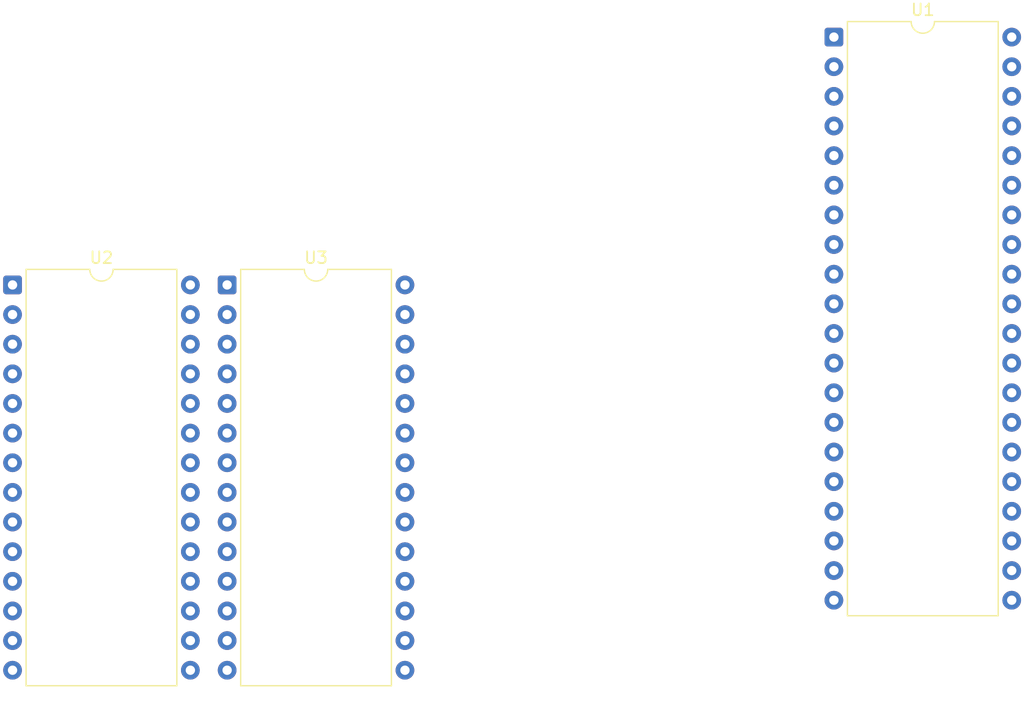
<source format=kicad_pcb>
(kicad_pcb (version 20241229) (generator "pcbnew") (generator_version "9.0")
  (layers (0 "F.Cu" signal) (2 "B.Cu" signal) (13 "F.Paste" user) (15 "B.Paste" user) (5 "F.SilkS" user "F.Silkscreen") (7 "B.SilkS" user "B.Silkscreen") (1 "F.Mask" user) (3 "B.Mask" user) (25 "Edge.Cuts" user))
  (net 0 "")
  (footprint "Package_DIP:DIP-40_W15.24mm" (layer "F.Cu") (at 141.26 68.74)
    (property "Reference" "U1" (at 7.62 -2.33 0) (layer "F.SilkS"))
    (property "Value" "Z80CPU")
    (fp_line (start 1.16 -1.33) (end 1.16 49.59) (stroke (width 0.12)) (layer "F.SilkS"))
    (fp_line (start 1.16 49.59) (end 14.08 49.59) (stroke (width 0.12)) (layer "F.SilkS"))
    (fp_line (start 6.62 -1.33) (end 1.16 -1.33) (stroke (width 0.12)) (layer "F.SilkS"))
    (fp_line (start 14.08 -1.33) (end 8.62 -1.33) (stroke (width 0.12)) (layer "F.SilkS"))
    (fp_line (start 14.08 49.59) (end 14.08 -1.33) (stroke (width 0.12)) (layer "F.SilkS"))
    (fp_arc (start 8.62 -1.33) (mid 7.62 -0.33) (end 6.62 -1.33) (stroke (width 0.12)) (layer "F.SilkS"))
    (pad "1" thru_hole roundrect (at 0 0) (size 1.6 1.6) (drill 0.8) (layers "*.Cu" "*.Mask") (roundrect_rratio 0.15625))
    (pad "2" thru_hole circle (at 0 2.54) (size 1.6 1.6) (drill 0.8) (layers "*.Cu" "*.Mask"))
    (pad "3" thru_hole circle (at 0 5.08) (size 1.6 1.6) (drill 0.8) (layers "*.Cu" "*.Mask"))
    (pad "4" thru_hole circle (at 0 7.62) (size 1.6 1.6) (drill 0.8) (layers "*.Cu" "*.Mask"))
    (pad "5" thru_hole circle (at 0 10.16) (size 1.6 1.6) (drill 0.8) (layers "*.Cu" "*.Mask"))
    (pad "6" thru_hole circle (at 0 12.7) (size 1.6 1.6) (drill 0.8) (layers "*.Cu" "*.Mask"))
    (pad "7" thru_hole circle (at 0 15.24) (size 1.6 1.6) (drill 0.8) (layers "*.Cu" "*.Mask"))
    (pad "8" thru_hole circle (at 0 17.78) (size 1.6 1.6) (drill 0.8) (layers "*.Cu" "*.Mask"))
    (pad "9" thru_hole circle (at 0 20.32) (size 1.6 1.6) (drill 0.8) (layers "*.Cu" "*.Mask"))
    (pad "10" thru_hole circle (at 0 22.86) (size 1.6 1.6) (drill 0.8) (layers "*.Cu" "*.Mask"))
    (pad "11" thru_hole circle (at 0 25.4) (size 1.6 1.6) (drill 0.8) (layers "*.Cu" "*.Mask"))
    (pad "12" thru_hole circle (at 0 27.94) (size 1.6 1.6) (drill 0.8) (layers "*.Cu" "*.Mask"))
    (pad "13" thru_hole circle (at 0 30.48) (size 1.6 1.6) (drill 0.8) (layers "*.Cu" "*.Mask"))
    (pad "14" thru_hole circle (at 0 33.02) (size 1.6 1.6) (drill 0.8) (layers "*.Cu" "*.Mask"))
    (pad "15" thru_hole circle (at 0 35.56) (size 1.6 1.6) (drill 0.8) (layers "*.Cu" "*.Mask"))
    (pad "16" thru_hole circle (at 0 38.1) (size 1.6 1.6) (drill 0.8) (layers "*.Cu" "*.Mask"))
    (pad "17" thru_hole circle (at 0 40.64) (size 1.6 1.6) (drill 0.8) (layers "*.Cu" "*.Mask"))
    (pad "18" thru_hole circle (at 0 43.18) (size 1.6 1.6) (drill 0.8) (layers "*.Cu" "*.Mask"))
    (pad "19" thru_hole circle (at 0 45.72) (size 1.6 1.6) (drill 0.8) (layers "*.Cu" "*.Mask"))
    (pad "20" thru_hole circle (at 0 48.26) (size 1.6 1.6) (drill 0.8) (layers "*.Cu" "*.Mask"))
    (pad "21" thru_hole circle (at 15.24 48.26) (size 1.6 1.6) (drill 0.8) (layers "*.Cu" "*.Mask"))
    (pad "22" thru_hole circle (at 15.24 45.72) (size 1.6 1.6) (drill 0.8) (layers "*.Cu" "*.Mask"))
    (pad "23" thru_hole circle (at 15.24 43.18) (size 1.6 1.6) (drill 0.8) (layers "*.Cu" "*.Mask"))
    (pad "24" thru_hole circle (at 15.24 40.64) (size 1.6 1.6) (drill 0.8) (layers "*.Cu" "*.Mask"))
    (pad "25" thru_hole circle (at 15.24 38.1) (size 1.6 1.6) (drill 0.8) (layers "*.Cu" "*.Mask"))
    (pad "26" thru_hole circle (at 15.24 35.56) (size 1.6 1.6) (drill 0.8) (layers "*.Cu" "*.Mask"))
    (pad "27" thru_hole circle (at 15.24 33.02) (size 1.6 1.6) (drill 0.8) (layers "*.Cu" "*.Mask"))
    (pad "28" thru_hole circle (at 15.24 30.48) (size 1.6 1.6) (drill 0.8) (layers "*.Cu" "*.Mask"))
    (pad "29" thru_hole circle (at 15.24 27.94) (size 1.6 1.6) (drill 0.8) (layers "*.Cu" "*.Mask"))
    (pad "30" thru_hole circle (at 15.24 25.4) (size 1.6 1.6) (drill 0.8) (layers "*.Cu" "*.Mask"))
    (pad "31" thru_hole circle (at 15.24 22.86) (size 1.6 1.6) (drill 0.8) (layers "*.Cu" "*.Mask"))
    (pad "32" thru_hole circle (at 15.24 20.32) (size 1.6 1.6) (drill 0.8) (layers "*.Cu" "*.Mask"))
    (pad "33" thru_hole circle (at 15.24 17.78) (size 1.6 1.6) (drill 0.8) (layers "*.Cu" "*.Mask"))
    (pad "34" thru_hole circle (at 15.24 15.24) (size 1.6 1.6) (drill 0.8) (layers "*.Cu" "*.Mask"))
    (pad "35" thru_hole circle (at 15.24 12.7) (size 1.6 1.6) (drill 0.8) (layers "*.Cu" "*.Mask"))
    (pad "36" thru_hole circle (at 15.24 10.16) (size 1.6 1.6) (drill 0.8) (layers "*.Cu" "*.Mask"))
    (pad "37" thru_hole circle (at 15.24 7.62) (size 1.6 1.6) (drill 0.8) (layers "*.Cu" "*.Mask"))
    (pad "38" thru_hole circle (at 15.24 5.08) (size 1.6 1.6) (drill 0.8) (layers "*.Cu" "*.Mask"))
    (pad "39" thru_hole circle (at 15.24 2.54) (size 1.6 1.6) (drill 0.8) (layers "*.Cu" "*.Mask"))
    (pad "40" thru_hole circle (at 15.24 0) (size 1.6 1.6) (drill 0.8) (layers "*.Cu" "*.Mask"))
  )
  (footprint "Package_DIP:DIP-28_W15.24mm" (layer "F.Cu") (at 70.87 89.98)
    (property "Reference" "U2" (at 7.62 -2.33 0) (layer "F.SilkS"))
    (property "Value" "CY62256LL-70PC")
    (fp_line (start 1.16 -1.33) (end 1.16 34.35) (stroke (width 0.12)) (layer "F.SilkS"))
    (fp_line (start 1.16 34.35) (end 14.08 34.35) (stroke (width 0.12)) (layer "F.SilkS"))
    (fp_line (start 6.62 -1.33) (end 1.16 -1.33) (stroke (width 0.12)) (layer "F.SilkS"))
    (fp_line (start 14.08 -1.33) (end 8.62 -1.33) (stroke (width 0.12)) (layer "F.SilkS"))
    (fp_line (start 14.08 34.35) (end 14.08 -1.33) (stroke (width 0.12)) (layer "F.SilkS"))
    (fp_arc (start 8.62 -1.33) (mid 7.62 -0.33) (end 6.62 -1.33) (stroke (width 0.12)) (layer "F.SilkS"))
    (pad "1" thru_hole roundrect (at 0 0) (size 1.6 1.6) (drill 0.8) (layers "*.Cu" "*.Mask") (roundrect_rratio 0.15625))
    (pad "2" thru_hole circle (at 0 2.54) (size 1.6 1.6) (drill 0.8) (layers "*.Cu" "*.Mask"))
    (pad "3" thru_hole circle (at 0 5.08) (size 1.6 1.6) (drill 0.8) (layers "*.Cu" "*.Mask"))
    (pad "4" thru_hole circle (at 0 7.62) (size 1.6 1.6) (drill 0.8) (layers "*.Cu" "*.Mask"))
    (pad "5" thru_hole circle (at 0 10.16) (size 1.6 1.6) (drill 0.8) (layers "*.Cu" "*.Mask"))
    (pad "6" thru_hole circle (at 0 12.7) (size 1.6 1.6) (drill 0.8) (layers "*.Cu" "*.Mask"))
    (pad "7" thru_hole circle (at 0 15.24) (size 1.6 1.6) (drill 0.8) (layers "*.Cu" "*.Mask"))
    (pad "8" thru_hole circle (at 0 17.78) (size 1.6 1.6) (drill 0.8) (layers "*.Cu" "*.Mask"))
    (pad "9" thru_hole circle (at 0 20.32) (size 1.6 1.6) (drill 0.8) (layers "*.Cu" "*.Mask"))
    (pad "10" thru_hole circle (at 0 22.86) (size 1.6 1.6) (drill 0.8) (layers "*.Cu" "*.Mask"))
    (pad "11" thru_hole circle (at 0 25.4) (size 1.6 1.6) (drill 0.8) (layers "*.Cu" "*.Mask"))
    (pad "12" thru_hole circle (at 0 27.94) (size 1.6 1.6) (drill 0.8) (layers "*.Cu" "*.Mask"))
    (pad "13" thru_hole circle (at 0 30.48) (size 1.6 1.6) (drill 0.8) (layers "*.Cu" "*.Mask"))
    (pad "14" thru_hole circle (at 0 33.02) (size 1.6 1.6) (drill 0.8) (layers "*.Cu" "*.Mask"))
    (pad "15" thru_hole circle (at 15.24 33.02) (size 1.6 1.6) (drill 0.8) (layers "*.Cu" "*.Mask"))
    (pad "16" thru_hole circle (at 15.24 30.48) (size 1.6 1.6) (drill 0.8) (layers "*.Cu" "*.Mask"))
    (pad "17" thru_hole circle (at 15.24 27.94) (size 1.6 1.6) (drill 0.8) (layers "*.Cu" "*.Mask"))
    (pad "18" thru_hole circle (at 15.24 25.4) (size 1.6 1.6) (drill 0.8) (layers "*.Cu" "*.Mask"))
    (pad "19" thru_hole circle (at 15.24 22.86) (size 1.6 1.6) (drill 0.8) (layers "*.Cu" "*.Mask"))
    (pad "20" thru_hole circle (at 15.24 20.32) (size 1.6 1.6) (drill 0.8) (layers "*.Cu" "*.Mask"))
    (pad "21" thru_hole circle (at 15.24 17.78) (size 1.6 1.6) (drill 0.8) (layers "*.Cu" "*.Mask"))
    (pad "22" thru_hole circle (at 15.24 15.24) (size 1.6 1.6) (drill 0.8) (layers "*.Cu" "*.Mask"))
    (pad "23" thru_hole circle (at 15.24 12.7) (size 1.6 1.6) (drill 0.8) (layers "*.Cu" "*.Mask"))
    (pad "24" thru_hole circle (at 15.24 10.16) (size 1.6 1.6) (drill 0.8) (layers "*.Cu" "*.Mask"))
    (pad "25" thru_hole circle (at 15.24 7.62) (size 1.6 1.6) (drill 0.8) (layers "*.Cu" "*.Mask"))
    (pad "26" thru_hole circle (at 15.24 5.08) (size 1.6 1.6) (drill 0.8) (layers "*.Cu" "*.Mask"))
    (pad "27" thru_hole circle (at 15.24 2.54) (size 1.6 1.6) (drill 0.8) (layers "*.Cu" "*.Mask"))
    (pad "28" thru_hole circle (at 15.24 0) (size 1.6 1.6) (drill 0.8) (layers "*.Cu" "*.Mask"))
  )
  (footprint "Package_DIP:DIP-28_W15.24mm" (layer "F.Cu") (at 89.26 89.98)
    (property "Reference" "U3" (at 7.62 -2.33 0) (layer "F.SilkS"))
    (property "Value" "27C512")
    (fp_line (start 1.16 -1.33) (end 1.16 34.35) (stroke (width 0.12)) (layer "F.SilkS"))
    (fp_line (start 1.16 34.35) (end 14.08 34.35) (stroke (width 0.12)) (layer "F.SilkS"))
    (fp_line (start 6.62 -1.33) (end 1.16 -1.33) (stroke (width 0.12)) (layer "F.SilkS"))
    (fp_line (start 14.08 -1.33) (end 8.62 -1.33) (stroke (width 0.12)) (layer "F.SilkS"))
    (fp_line (start 14.08 34.35) (end 14.08 -1.33) (stroke (width 0.12)) (layer "F.SilkS"))
    (fp_arc (start 8.62 -1.33) (mid 7.62 -0.33) (end 6.62 -1.33) (stroke (width 0.12)) (layer "F.SilkS"))
    (pad "1" thru_hole roundrect (at 0 0) (size 1.6 1.6) (drill 0.8) (layers "*.Cu" "*.Mask") (roundrect_rratio 0.15625))
    (pad "2" thru_hole circle (at 0 2.54) (size 1.6 1.6) (drill 0.8) (layers "*.Cu" "*.Mask"))
    (pad "3" thru_hole circle (at 0 5.08) (size 1.6 1.6) (drill 0.8) (layers "*.Cu" "*.Mask"))
    (pad "4" thru_hole circle (at 0 7.62) (size 1.6 1.6) (drill 0.8) (layers "*.Cu" "*.Mask"))
    (pad "5" thru_hole circle (at 0 10.16) (size 1.6 1.6) (drill 0.8) (layers "*.Cu" "*.Mask"))
    (pad "6" thru_hole circle (at 0 12.7) (size 1.6 1.6) (drill 0.8) (layers "*.Cu" "*.Mask"))
    (pad "7" thru_hole circle (at 0 15.24) (size 1.6 1.6) (drill 0.8) (layers "*.Cu" "*.Mask"))
    (pad "8" thru_hole circle (at 0 17.78) (size 1.6 1.6) (drill 0.8) (layers "*.Cu" "*.Mask"))
    (pad "9" thru_hole circle (at 0 20.32) (size 1.6 1.6) (drill 0.8) (layers "*.Cu" "*.Mask"))
    (pad "10" thru_hole circle (at 0 22.86) (size 1.6 1.6) (drill 0.8) (layers "*.Cu" "*.Mask"))
    (pad "11" thru_hole circle (at 0 25.4) (size 1.6 1.6) (drill 0.8) (layers "*.Cu" "*.Mask"))
    (pad "12" thru_hole circle (at 0 27.94) (size 1.6 1.6) (drill 0.8) (layers "*.Cu" "*.Mask"))
    (pad "13" thru_hole circle (at 0 30.48) (size 1.6 1.6) (drill 0.8) (layers "*.Cu" "*.Mask"))
    (pad "14" thru_hole circle (at 0 33.02) (size 1.6 1.6) (drill 0.8) (layers "*.Cu" "*.Mask"))
    (pad "15" thru_hole circle (at 15.24 33.02) (size 1.6 1.6) (drill 0.8) (layers "*.Cu" "*.Mask"))
    (pad "16" thru_hole circle (at 15.24 30.48) (size 1.6 1.6) (drill 0.8) (layers "*.Cu" "*.Mask"))
    (pad "17" thru_hole circle (at 15.24 27.94) (size 1.6 1.6) (drill 0.8) (layers "*.Cu" "*.Mask"))
    (pad "18" thru_hole circle (at 15.24 25.4) (size 1.6 1.6) (drill 0.8) (layers "*.Cu" "*.Mask"))
    (pad "19" thru_hole circle (at 15.24 22.86) (size 1.6 1.6) (drill 0.8) (layers "*.Cu" "*.Mask"))
    (pad "20" thru_hole circle (at 15.24 20.32) (size 1.6 1.6) (drill 0.8) (layers "*.Cu" "*.Mask"))
    (pad "21" thru_hole circle (at 15.24 17.78) (size 1.6 1.6) (drill 0.8) (layers "*.Cu" "*.Mask"))
    (pad "22" thru_hole circle (at 15.24 15.24) (size 1.6 1.6) (drill 0.8) (layers "*.Cu" "*.Mask"))
    (pad "23" thru_hole circle (at 15.24 12.7) (size 1.6 1.6) (drill 0.8) (layers "*.Cu" "*.Mask"))
    (pad "24" thru_hole circle (at 15.24 10.16) (size 1.6 1.6) (drill 0.8) (layers "*.Cu" "*.Mask"))
    (pad "25" thru_hole circle (at 15.24 7.62) (size 1.6 1.6) (drill 0.8) (layers "*.Cu" "*.Mask"))
    (pad "26" thru_hole circle (at 15.24 5.08) (size 1.6 1.6) (drill 0.8) (layers "*.Cu" "*.Mask"))
    (pad "27" thru_hole circle (at 15.24 2.54) (size 1.6 1.6) (drill 0.8) (layers "*.Cu" "*.Mask"))
    (pad "28" thru_hole circle (at 15.24 0) (size 1.6 1.6) (drill 0.8) (layers "*.Cu" "*.Mask"))
  )
)
</source>
